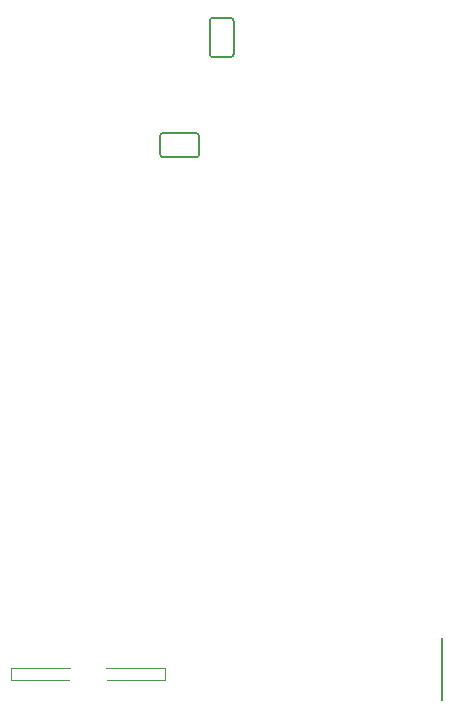
<source format=gbr>
G04 #@! TF.GenerationSoftware,KiCad,Pcbnew,(5.0.0)*
G04 #@! TF.CreationDate,2018-12-20T12:11:05-05:00*
G04 #@! TF.ProjectId,fk-weather,666B2D776561746865722E6B69636164,0.1*
G04 #@! TF.SameCoordinates,PX791ddc0PY791ddc0*
G04 #@! TF.FileFunction,Legend,Bot*
G04 #@! TF.FilePolarity,Positive*
%FSLAX46Y46*%
G04 Gerber Fmt 4.6, Leading zero omitted, Abs format (unit mm)*
G04 Created by KiCad (PCBNEW (5.0.0)) date 12/20/18 12:11:05*
%MOMM*%
%LPD*%
G01*
G04 APERTURE LIST*
%ADD10C,0.152400*%
%ADD11C,0.150000*%
%ADD12C,0.100000*%
G04 APERTURE END LIST*
D10*
G04 #@! TO.C,J9*
X-26035000Y-18008600D02*
X-28829000Y-18008600D01*
X-25781000Y-19786600D02*
X-25781000Y-18262600D01*
X-29083000Y-19786600D02*
X-29083000Y-18262600D01*
X-29083000Y-19786600D02*
G75*
G03X-28829000Y-20040600I254000J0D01*
G01*
X-26035000Y-20040600D02*
G75*
G03X-25781000Y-19786600I0J254000D01*
G01*
X-26035000Y-18008600D02*
G75*
G02X-25781000Y-18262600I0J-254000D01*
G01*
X-29083000Y-18262600D02*
G75*
G02X-28829000Y-18008600I254000J0D01*
G01*
X-28829000Y-20040600D02*
X-26035000Y-20040600D01*
G04 #@! TO.C,J12*
X-24892000Y-8509000D02*
X-24892000Y-11303000D01*
X-23114000Y-8255000D02*
G75*
G02X-22860000Y-8509000I0J-254000D01*
G01*
X-22860000Y-11303000D02*
G75*
G02X-23114000Y-11557000I-254000J0D01*
G01*
X-24892000Y-11303000D02*
G75*
G03X-24638000Y-11557000I254000J0D01*
G01*
X-24638000Y-8255000D02*
G75*
G03X-24892000Y-8509000I0J-254000D01*
G01*
X-24638000Y-8255000D02*
X-23114000Y-8255000D01*
X-24638000Y-11557000D02*
X-23114000Y-11557000D01*
X-22860000Y-11303000D02*
X-22860000Y-8509000D01*
D11*
G04 #@! TO.C,J5*
X-5247800Y-65998000D02*
X-5247800Y-64398000D01*
X-5247800Y-62378000D02*
X-5247800Y-60778000D01*
X-5247800Y-64388000D02*
X-5247800Y-62388000D01*
D12*
G04 #@! TO.C,BT1*
X-36761493Y-64303204D02*
X-36756205Y-64303204D01*
X-28687127Y-63261521D02*
X-33673458Y-63261521D01*
X-33594142Y-64303204D02*
X-28687127Y-64303204D01*
X-36687465Y-63261521D02*
X-41673796Y-63261521D01*
X-28687127Y-64303204D02*
X-28687127Y-63261521D01*
X-41673796Y-64303204D02*
X-36761493Y-64303204D01*
X-41673796Y-63261521D02*
X-41673796Y-64303204D01*
G04 #@! TD*
M02*

</source>
